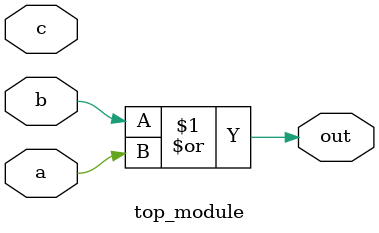
<source format=sv>
module top_module(
    input a, 
    input b,
    input c,
    output out
);
    // Karnaugh map minimization results in the expression: out = b | a
    assign out = b | a;

endmodule

</source>
